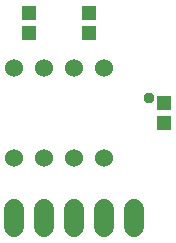
<source format=gts>
G04 EAGLE Gerber RS-274X export*
G75*
%MOMM*%
%FSLAX34Y34*%
%LPD*%
%INTop Soldermask*%
%IPPOS*%
%AMOC8*
5,1,8,0,0,1.08239X$1,22.5*%
G01*
%ADD10R,1.203200X1.303200*%
%ADD11C,1.524000*%
%ADD12R,1.303200X1.203200*%
%ADD13C,1.727200*%
%ADD14C,0.959600*%


D10*
X50800Y211700D03*
X50800Y194700D03*
D11*
X114300Y88900D03*
X88900Y88900D03*
X88900Y165100D03*
X114300Y165100D03*
X63500Y88900D03*
X38100Y88900D03*
X63500Y165100D03*
X38100Y165100D03*
D12*
X165100Y118500D03*
X165100Y135500D03*
X101600Y211700D03*
X101600Y194700D03*
D13*
X139700Y45720D02*
X139700Y30480D01*
X114300Y30480D02*
X114300Y45720D01*
X88900Y45720D02*
X88900Y30480D01*
X63500Y30480D02*
X63500Y45720D01*
X38100Y45720D02*
X38100Y30480D01*
D14*
X152400Y139700D03*
M02*

</source>
